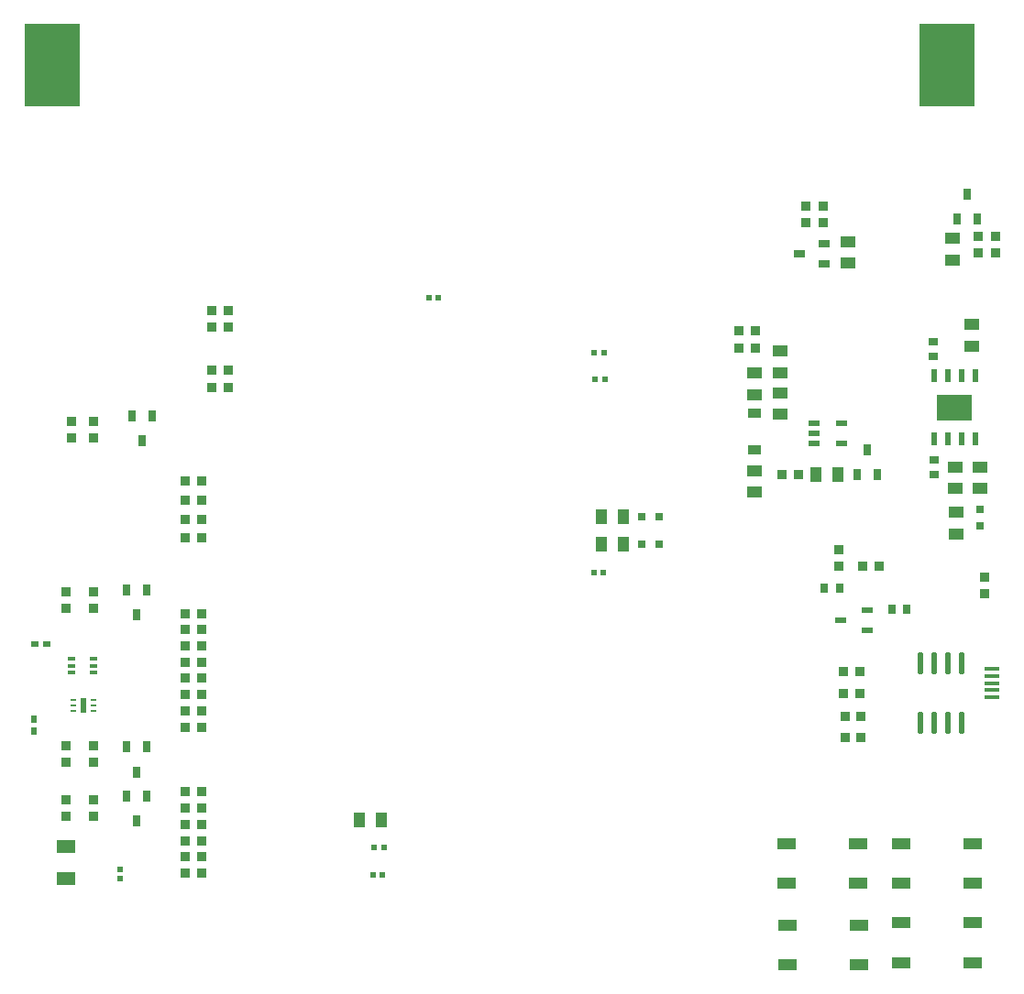
<source format=gbr>
%TF.GenerationSoftware,KiCad,Pcbnew,7.0.1-3b83917a11~172~ubuntu22.04.1*%
%TF.CreationDate,2023-03-21T11:42:11+02:00*%
%TF.ProjectId,EEE3088F_CKR,45454533-3038-4384-965f-434b522e6b69,rev?*%
%TF.SameCoordinates,Original*%
%TF.FileFunction,Paste,Top*%
%TF.FilePolarity,Positive*%
%FSLAX46Y46*%
G04 Gerber Fmt 4.6, Leading zero omitted, Abs format (unit mm)*
G04 Created by KiCad (PCBNEW 7.0.1-3b83917a11~172~ubuntu22.04.1) date 2023-03-21 11:42:11*
%MOMM*%
%LPD*%
G01*
G04 APERTURE LIST*
%ADD10R,1.701016X1.207518*%
%ADD11R,0.806477X0.864008*%
%ADD12R,0.864008X0.806477*%
%ADD13R,1.700000X1.000000*%
%ADD14R,0.780010X0.350013*%
%ADD15R,1.132537X1.377013*%
%ADD16O,0.588011X2.045009*%
%ADD17R,1.399543X1.000000*%
%ADD18R,0.800000X1.000000*%
%ADD19R,0.900000X0.800000*%
%ADD20R,0.565659X0.540005*%
%ADD21R,1.377013X1.132537*%
%ADD22R,0.800000X0.800000*%
%ADD23R,1.150013X0.950013*%
%ADD24R,1.000000X0.600000*%
%ADD25R,0.800000X0.900000*%
%ADD26R,0.600000X1.200000*%
%ADD27R,3.300000X2.400000*%
%ADD28R,1.070003X0.600000*%
%ADD29R,0.790094X0.540005*%
%ADD30R,0.540005X0.565659*%
%ADD31R,5.080010X7.620015*%
%ADD32R,0.540005X0.790094*%
%ADD33R,1.400000X0.400000*%
%ADD34R,0.584989X0.280010*%
%ADD35R,0.559995X1.370003*%
%ADD36R,1.000000X0.800000*%
G04 APERTURE END LIST*
D10*
%TO.C,R25*%
X95850000Y-124178791D03*
X95850000Y-121221209D03*
%TD*%
D11*
%TO.C,R20*%
X170950000Y-95351664D03*
X169443268Y-95351664D03*
%TD*%
D12*
%TO.C,R24*%
X98350000Y-118453366D03*
X98350000Y-116946634D03*
%TD*%
D11*
%TO.C,R34*%
X106850000Y-104200000D03*
X108356732Y-104200000D03*
%TD*%
D13*
%TO.C,SW1*%
X179539975Y-132000191D03*
X172940025Y-132000216D03*
X179539975Y-128299784D03*
X172940025Y-128299809D03*
%TD*%
D12*
%TO.C,R28*%
X98350000Y-111946634D03*
X98350000Y-113453366D03*
%TD*%
D14*
%TO.C,U5*%
X96370016Y-103900026D03*
X96370016Y-104550013D03*
X96370016Y-105200000D03*
X98350000Y-105200000D03*
X98350000Y-104550013D03*
X98350000Y-103900026D03*
%TD*%
D15*
%TO.C,R11*%
X167100000Y-86900013D03*
X165100000Y-86900013D03*
%TD*%
D12*
%TO.C,R17*%
X167196634Y-95305030D03*
X167196634Y-93798298D03*
%TD*%
D11*
%TO.C,R30*%
X106850000Y-108700000D03*
X108356732Y-108700000D03*
%TD*%
D16*
%TO.C,U9*%
X178530398Y-104277584D03*
X177260395Y-104277584D03*
X175990393Y-104277584D03*
X174720390Y-104277584D03*
X174720390Y-109822416D03*
X175990393Y-109822416D03*
X177260395Y-109822416D03*
X178530398Y-109822416D03*
%TD*%
D17*
%TO.C,D1*%
X178024923Y-90305259D03*
X178024923Y-92405843D03*
%TD*%
D18*
%TO.C,Q2*%
X178099974Y-63250000D03*
X180000000Y-63250000D03*
X179050038Y-60949974D03*
%TD*%
D12*
%TO.C,R22*%
X95850000Y-118453366D03*
X95850000Y-116946634D03*
%TD*%
D11*
%TO.C,R36*%
X106850000Y-122200000D03*
X108356732Y-122200000D03*
%TD*%
D19*
%TO.C,C2*%
X176025007Y-85485859D03*
X176025007Y-86885909D03*
%TD*%
D11*
%TO.C,R69*%
X106846634Y-92750000D03*
X108353366Y-92750000D03*
%TD*%
D20*
%TO.C,R50*%
X125182817Y-121300000D03*
X124317183Y-121300000D03*
%TD*%
%TO.C,R49*%
X144650000Y-75600000D03*
X145515634Y-75600000D03*
%TD*%
D11*
%TO.C,R46*%
X106843268Y-99700000D03*
X108350000Y-99700000D03*
%TD*%
D21*
%TO.C,R4*%
X161825000Y-79300013D03*
X161825000Y-81300013D03*
%TD*%
D11*
%TO.C,R66*%
X169276634Y-109210000D03*
X167769902Y-109210000D03*
%TD*%
%TO.C,R44*%
X109296634Y-78800000D03*
X110803366Y-78800000D03*
%TD*%
D18*
%TO.C,Q4*%
X103800013Y-81421996D03*
X101899987Y-81421996D03*
X102849949Y-83722022D03*
%TD*%
D11*
%TO.C,R42*%
X106843268Y-101200000D03*
X108350000Y-101200000D03*
%TD*%
D22*
%TO.C,D5*%
X150599200Y-90796571D03*
X149000266Y-90803429D03*
%TD*%
D21*
%TO.C,R10*%
X179500000Y-75000000D03*
X179500000Y-73000000D03*
%TD*%
D20*
%TO.C,R48*%
X144717183Y-78100000D03*
X145582817Y-78100000D03*
%TD*%
D21*
%TO.C,R15*%
X177750000Y-67050000D03*
X177750000Y-65050000D03*
%TD*%
D11*
%TO.C,R68*%
X167776634Y-111210000D03*
X169283366Y-111210000D03*
%TD*%
D21*
%TO.C,R8*%
X180274923Y-86155405D03*
X180274923Y-88155405D03*
%TD*%
D12*
%TO.C,R1*%
X180650000Y-96346634D03*
X180650000Y-97853366D03*
%TD*%
D23*
%TO.C,D2*%
X159400000Y-81182608D03*
X159400000Y-84567418D03*
%TD*%
D15*
%TO.C,R56*%
X145299733Y-93300000D03*
X147299733Y-93300000D03*
%TD*%
D12*
%TO.C,R27*%
X95850000Y-99206732D03*
X95850000Y-97700000D03*
%TD*%
D15*
%TO.C,R57*%
X145299733Y-90800000D03*
X147299733Y-90800000D03*
%TD*%
D18*
%TO.C,Q7*%
X103300013Y-97549987D03*
X101399987Y-97549987D03*
X102349949Y-99850013D03*
%TD*%
D24*
%TO.C,U2*%
X164899796Y-82089072D03*
X164899796Y-83039034D03*
X164899796Y-83988996D03*
X167500000Y-83988996D03*
X167500000Y-82089072D03*
%TD*%
D13*
%TO.C,SW2*%
X169049975Y-132190191D03*
X162450025Y-132190216D03*
X169049975Y-128489784D03*
X162450025Y-128489809D03*
%TD*%
D25*
%TO.C,C4*%
X172096609Y-99351664D03*
X173496659Y-99351664D03*
%TD*%
D21*
%TO.C,R7*%
X159425000Y-86500013D03*
X159425000Y-88500013D03*
%TD*%
%TO.C,R3*%
X161825000Y-75450013D03*
X161825000Y-77450013D03*
%TD*%
D20*
%TO.C,R63*%
X144617183Y-95900000D03*
X145482817Y-95900000D03*
%TD*%
D11*
%TO.C,R70*%
X106846634Y-89250000D03*
X108353366Y-89250000D03*
%TD*%
D26*
%TO.C,U1*%
X179805018Y-77763412D03*
X178535015Y-77763412D03*
X177265013Y-77763412D03*
X175995010Y-77763412D03*
X175995010Y-83580024D03*
X177265013Y-83580024D03*
X178535015Y-83580024D03*
X179805018Y-83580024D03*
D27*
X177900014Y-80671718D03*
%TD*%
D11*
%TO.C,R40*%
X109296634Y-77200000D03*
X110803366Y-77200000D03*
%TD*%
%TO.C,R38*%
X106850000Y-123700000D03*
X108356732Y-123700000D03*
%TD*%
%TO.C,R45*%
X106850000Y-120700000D03*
X108356732Y-120700000D03*
%TD*%
D18*
%TO.C,Q1*%
X168899987Y-86900026D03*
X170800013Y-86900026D03*
X169850051Y-84600000D03*
%TD*%
D28*
%TO.C,U3*%
X169831711Y-101301626D03*
X169831711Y-99401702D03*
X167361557Y-100351664D03*
%TD*%
D20*
%TO.C,R55*%
X125082817Y-123900000D03*
X124217183Y-123900000D03*
%TD*%
D21*
%TO.C,R19*%
X168051339Y-65350013D03*
X168051339Y-67350013D03*
%TD*%
D29*
%TO.C,C6*%
X93000000Y-102500000D03*
X94090170Y-102500000D03*
%TD*%
D12*
%TO.C,R18*%
X164201339Y-63553379D03*
X164201339Y-62046647D03*
%TD*%
D11*
%TO.C,R31*%
X106850000Y-102700000D03*
X108356732Y-102700000D03*
%TD*%
D30*
%TO.C,TH1*%
X100850000Y-123334366D03*
X100850000Y-124200000D03*
%TD*%
D15*
%TO.C,R64*%
X122950000Y-118800000D03*
X124950000Y-118800000D03*
%TD*%
D11*
%TO.C,R37*%
X109343268Y-71700000D03*
X110850000Y-71700000D03*
%TD*%
D25*
%TO.C,C3*%
X167296659Y-97351664D03*
X165896609Y-97351664D03*
%TD*%
D12*
%TO.C,R14*%
X181650000Y-64900000D03*
X181650000Y-66406732D03*
%TD*%
D11*
%TO.C,R41*%
X106850000Y-119200000D03*
X108356732Y-119200000D03*
%TD*%
D12*
%TO.C,R26*%
X95850000Y-111946634D03*
X95850000Y-113453366D03*
%TD*%
D18*
%TO.C,Q6*%
X103300013Y-112049987D03*
X101399987Y-112049987D03*
X102349949Y-114350013D03*
%TD*%
D11*
%TO.C,R67*%
X167643268Y-107100000D03*
X169150000Y-107100000D03*
%TD*%
D12*
%TO.C,R21*%
X96350000Y-81946634D03*
X96350000Y-83453366D03*
%TD*%
D11*
%TO.C,R12*%
X163453366Y-86900013D03*
X161946634Y-86900013D03*
%TD*%
D13*
%TO.C,SW4*%
X179539975Y-124660191D03*
X172940025Y-124660216D03*
X179539975Y-120959784D03*
X172940025Y-120959809D03*
%TD*%
D31*
%TO.C,u6*%
X177163183Y-49000000D03*
X94536817Y-49000000D03*
%TD*%
D32*
%TO.C,C5*%
X92850000Y-110590170D03*
X92850000Y-109500000D03*
%TD*%
D11*
%TO.C,R39*%
X109343268Y-73200000D03*
X110850000Y-73200000D03*
%TD*%
%TO.C,R72*%
X106846634Y-87500000D03*
X108353366Y-87500000D03*
%TD*%
D18*
%TO.C,Q5*%
X103300013Y-116549987D03*
X101399987Y-116549987D03*
X102349949Y-118850013D03*
%TD*%
D13*
%TO.C,SW3*%
X168989975Y-124660191D03*
X162390025Y-124660216D03*
X168989975Y-120959784D03*
X162390025Y-120959809D03*
%TD*%
D11*
%TO.C,R33*%
X106850000Y-110200000D03*
X108356732Y-110200000D03*
%TD*%
D20*
%TO.C,R58*%
X129384366Y-70500000D03*
X130250000Y-70500000D03*
%TD*%
D19*
%TO.C,C1*%
X175925007Y-75985884D03*
X175925007Y-74585834D03*
%TD*%
D21*
%TO.C,R6*%
X159400000Y-77475013D03*
X159400000Y-79475013D03*
%TD*%
D11*
%TO.C,R2*%
X159478366Y-75200013D03*
X157971634Y-75200013D03*
%TD*%
D22*
%TO.C,D3*%
X180271494Y-90055938D03*
X180278352Y-91654872D03*
%TD*%
D33*
%TO.C,U8*%
X181385827Y-107449975D03*
X181385827Y-106799987D03*
X181385827Y-106150000D03*
X181385827Y-105500013D03*
X181385827Y-104850025D03*
%TD*%
D11*
%TO.C,R71*%
X106846634Y-91000000D03*
X108353366Y-91000000D03*
%TD*%
D12*
%TO.C,R29*%
X98350000Y-97700000D03*
X98350000Y-99206732D03*
%TD*%
D11*
%TO.C,R47*%
X106843268Y-117700000D03*
X108350000Y-117700000D03*
%TD*%
%TO.C,R35*%
X106850000Y-107200000D03*
X108356732Y-107200000D03*
%TD*%
D12*
%TO.C,R23*%
X98350000Y-81946634D03*
X98350000Y-83453366D03*
%TD*%
D11*
%TO.C,R43*%
X106850000Y-116200000D03*
X108356732Y-116200000D03*
%TD*%
%TO.C,R65*%
X169150000Y-105100000D03*
X167643268Y-105100000D03*
%TD*%
D22*
%TO.C,D4*%
X150599200Y-93293142D03*
X149000266Y-93300000D03*
%TD*%
D12*
%TO.C,R16*%
X165801339Y-63553379D03*
X165801339Y-62046647D03*
%TD*%
D11*
%TO.C,R9*%
X157996634Y-73575013D03*
X159503366Y-73575013D03*
%TD*%
D12*
%TO.C,R13*%
X180050000Y-64900000D03*
X180050000Y-66406732D03*
%TD*%
D34*
%TO.C,U4*%
X98350000Y-108700000D03*
X98350000Y-108200127D03*
X98350000Y-107700000D03*
X96515100Y-107700000D03*
X96515100Y-108200127D03*
X96515100Y-108700000D03*
D35*
X97432550Y-108200127D03*
%TD*%
D21*
%TO.C,R5*%
X177974923Y-88155551D03*
X177974923Y-86155551D03*
%TD*%
D36*
%TO.C,Q3*%
X165850000Y-67400026D03*
X165850000Y-65500000D03*
X163549974Y-66449962D03*
%TD*%
D11*
%TO.C,R32*%
X106850000Y-105700000D03*
X108356732Y-105700000D03*
%TD*%
M02*

</source>
